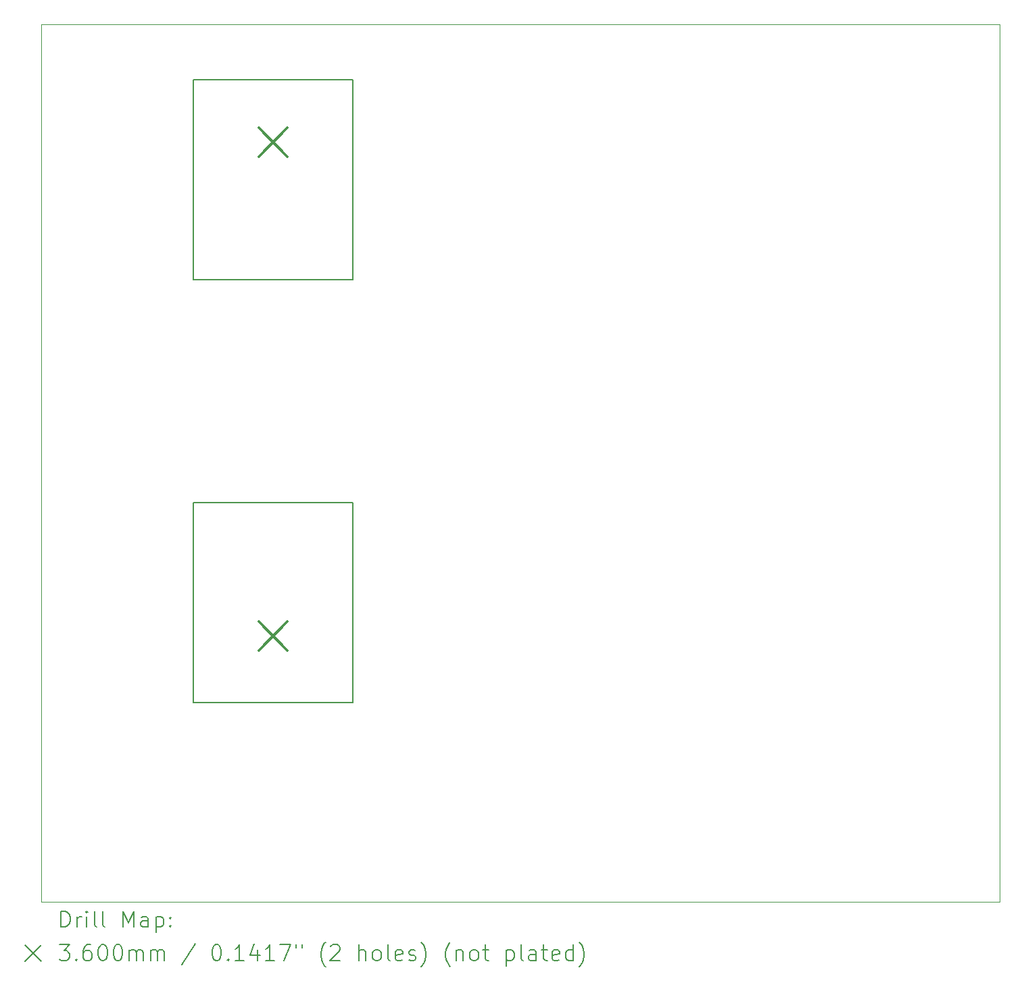
<source format=gbr>
%TF.GenerationSoftware,KiCad,Pcbnew,7.0.1*%
%TF.CreationDate,2023-05-25T18:43:55+02:00*%
%TF.ProjectId,K_Munin400,4b5f4d75-6e69-46e3-9430-302e6b696361,rev?*%
%TF.SameCoordinates,Original*%
%TF.FileFunction,Drillmap*%
%TF.FilePolarity,Positive*%
%FSLAX45Y45*%
G04 Gerber Fmt 4.5, Leading zero omitted, Abs format (unit mm)*
G04 Created by KiCad (PCBNEW 7.0.1) date 2023-05-25 18:43:55*
%MOMM*%
%LPD*%
G01*
G04 APERTURE LIST*
%ADD10C,0.150000*%
%ADD11C,0.100000*%
%ADD12C,0.200000*%
%ADD13C,0.360000*%
G04 APERTURE END LIST*
D10*
X6900000Y-12000000D02*
X8900000Y-12000000D01*
X8900000Y-14500000D01*
X6900000Y-14500000D01*
X6900000Y-12000000D01*
X6900000Y-6700000D02*
X8900000Y-6700000D01*
X8900000Y-9200000D01*
X6900000Y-9200000D01*
X6900000Y-6700000D01*
D11*
X5000000Y-6000000D02*
X17000000Y-6000000D01*
X17000000Y-17000000D01*
X5000000Y-17000000D01*
X5000000Y-6000000D01*
D12*
D13*
X7720000Y-7299250D02*
X8080000Y-7659250D01*
X8080000Y-7299250D02*
X7720000Y-7659250D01*
X7720000Y-13490750D02*
X8080000Y-13850750D01*
X8080000Y-13490750D02*
X7720000Y-13850750D01*
D12*
X5242619Y-17317524D02*
X5242619Y-17117524D01*
X5242619Y-17117524D02*
X5290238Y-17117524D01*
X5290238Y-17117524D02*
X5318810Y-17127048D01*
X5318810Y-17127048D02*
X5337857Y-17146095D01*
X5337857Y-17146095D02*
X5347381Y-17165143D01*
X5347381Y-17165143D02*
X5356905Y-17203238D01*
X5356905Y-17203238D02*
X5356905Y-17231810D01*
X5356905Y-17231810D02*
X5347381Y-17269905D01*
X5347381Y-17269905D02*
X5337857Y-17288952D01*
X5337857Y-17288952D02*
X5318810Y-17308000D01*
X5318810Y-17308000D02*
X5290238Y-17317524D01*
X5290238Y-17317524D02*
X5242619Y-17317524D01*
X5442619Y-17317524D02*
X5442619Y-17184190D01*
X5442619Y-17222286D02*
X5452143Y-17203238D01*
X5452143Y-17203238D02*
X5461667Y-17193714D01*
X5461667Y-17193714D02*
X5480714Y-17184190D01*
X5480714Y-17184190D02*
X5499762Y-17184190D01*
X5566429Y-17317524D02*
X5566429Y-17184190D01*
X5566429Y-17117524D02*
X5556905Y-17127048D01*
X5556905Y-17127048D02*
X5566429Y-17136571D01*
X5566429Y-17136571D02*
X5575952Y-17127048D01*
X5575952Y-17127048D02*
X5566429Y-17117524D01*
X5566429Y-17117524D02*
X5566429Y-17136571D01*
X5690238Y-17317524D02*
X5671190Y-17308000D01*
X5671190Y-17308000D02*
X5661667Y-17288952D01*
X5661667Y-17288952D02*
X5661667Y-17117524D01*
X5795000Y-17317524D02*
X5775952Y-17308000D01*
X5775952Y-17308000D02*
X5766428Y-17288952D01*
X5766428Y-17288952D02*
X5766428Y-17117524D01*
X6023571Y-17317524D02*
X6023571Y-17117524D01*
X6023571Y-17117524D02*
X6090238Y-17260381D01*
X6090238Y-17260381D02*
X6156905Y-17117524D01*
X6156905Y-17117524D02*
X6156905Y-17317524D01*
X6337857Y-17317524D02*
X6337857Y-17212762D01*
X6337857Y-17212762D02*
X6328333Y-17193714D01*
X6328333Y-17193714D02*
X6309286Y-17184190D01*
X6309286Y-17184190D02*
X6271190Y-17184190D01*
X6271190Y-17184190D02*
X6252143Y-17193714D01*
X6337857Y-17308000D02*
X6318809Y-17317524D01*
X6318809Y-17317524D02*
X6271190Y-17317524D01*
X6271190Y-17317524D02*
X6252143Y-17308000D01*
X6252143Y-17308000D02*
X6242619Y-17288952D01*
X6242619Y-17288952D02*
X6242619Y-17269905D01*
X6242619Y-17269905D02*
X6252143Y-17250857D01*
X6252143Y-17250857D02*
X6271190Y-17241333D01*
X6271190Y-17241333D02*
X6318809Y-17241333D01*
X6318809Y-17241333D02*
X6337857Y-17231810D01*
X6433095Y-17184190D02*
X6433095Y-17384190D01*
X6433095Y-17193714D02*
X6452143Y-17184190D01*
X6452143Y-17184190D02*
X6490238Y-17184190D01*
X6490238Y-17184190D02*
X6509286Y-17193714D01*
X6509286Y-17193714D02*
X6518809Y-17203238D01*
X6518809Y-17203238D02*
X6528333Y-17222286D01*
X6528333Y-17222286D02*
X6528333Y-17279429D01*
X6528333Y-17279429D02*
X6518809Y-17298476D01*
X6518809Y-17298476D02*
X6509286Y-17308000D01*
X6509286Y-17308000D02*
X6490238Y-17317524D01*
X6490238Y-17317524D02*
X6452143Y-17317524D01*
X6452143Y-17317524D02*
X6433095Y-17308000D01*
X6614048Y-17298476D02*
X6623571Y-17308000D01*
X6623571Y-17308000D02*
X6614048Y-17317524D01*
X6614048Y-17317524D02*
X6604524Y-17308000D01*
X6604524Y-17308000D02*
X6614048Y-17298476D01*
X6614048Y-17298476D02*
X6614048Y-17317524D01*
X6614048Y-17193714D02*
X6623571Y-17203238D01*
X6623571Y-17203238D02*
X6614048Y-17212762D01*
X6614048Y-17212762D02*
X6604524Y-17203238D01*
X6604524Y-17203238D02*
X6614048Y-17193714D01*
X6614048Y-17193714D02*
X6614048Y-17212762D01*
X4795000Y-17545000D02*
X4995000Y-17745000D01*
X4995000Y-17545000D02*
X4795000Y-17745000D01*
X5223571Y-17537524D02*
X5347381Y-17537524D01*
X5347381Y-17537524D02*
X5280714Y-17613714D01*
X5280714Y-17613714D02*
X5309286Y-17613714D01*
X5309286Y-17613714D02*
X5328333Y-17623238D01*
X5328333Y-17623238D02*
X5337857Y-17632762D01*
X5337857Y-17632762D02*
X5347381Y-17651810D01*
X5347381Y-17651810D02*
X5347381Y-17699429D01*
X5347381Y-17699429D02*
X5337857Y-17718476D01*
X5337857Y-17718476D02*
X5328333Y-17728000D01*
X5328333Y-17728000D02*
X5309286Y-17737524D01*
X5309286Y-17737524D02*
X5252143Y-17737524D01*
X5252143Y-17737524D02*
X5233095Y-17728000D01*
X5233095Y-17728000D02*
X5223571Y-17718476D01*
X5433095Y-17718476D02*
X5442619Y-17728000D01*
X5442619Y-17728000D02*
X5433095Y-17737524D01*
X5433095Y-17737524D02*
X5423571Y-17728000D01*
X5423571Y-17728000D02*
X5433095Y-17718476D01*
X5433095Y-17718476D02*
X5433095Y-17737524D01*
X5614048Y-17537524D02*
X5575952Y-17537524D01*
X5575952Y-17537524D02*
X5556905Y-17547048D01*
X5556905Y-17547048D02*
X5547381Y-17556571D01*
X5547381Y-17556571D02*
X5528333Y-17585143D01*
X5528333Y-17585143D02*
X5518810Y-17623238D01*
X5518810Y-17623238D02*
X5518810Y-17699429D01*
X5518810Y-17699429D02*
X5528333Y-17718476D01*
X5528333Y-17718476D02*
X5537857Y-17728000D01*
X5537857Y-17728000D02*
X5556905Y-17737524D01*
X5556905Y-17737524D02*
X5595000Y-17737524D01*
X5595000Y-17737524D02*
X5614048Y-17728000D01*
X5614048Y-17728000D02*
X5623571Y-17718476D01*
X5623571Y-17718476D02*
X5633095Y-17699429D01*
X5633095Y-17699429D02*
X5633095Y-17651810D01*
X5633095Y-17651810D02*
X5623571Y-17632762D01*
X5623571Y-17632762D02*
X5614048Y-17623238D01*
X5614048Y-17623238D02*
X5595000Y-17613714D01*
X5595000Y-17613714D02*
X5556905Y-17613714D01*
X5556905Y-17613714D02*
X5537857Y-17623238D01*
X5537857Y-17623238D02*
X5528333Y-17632762D01*
X5528333Y-17632762D02*
X5518810Y-17651810D01*
X5756905Y-17537524D02*
X5775952Y-17537524D01*
X5775952Y-17537524D02*
X5795000Y-17547048D01*
X5795000Y-17547048D02*
X5804524Y-17556571D01*
X5804524Y-17556571D02*
X5814048Y-17575619D01*
X5814048Y-17575619D02*
X5823571Y-17613714D01*
X5823571Y-17613714D02*
X5823571Y-17661333D01*
X5823571Y-17661333D02*
X5814048Y-17699429D01*
X5814048Y-17699429D02*
X5804524Y-17718476D01*
X5804524Y-17718476D02*
X5795000Y-17728000D01*
X5795000Y-17728000D02*
X5775952Y-17737524D01*
X5775952Y-17737524D02*
X5756905Y-17737524D01*
X5756905Y-17737524D02*
X5737857Y-17728000D01*
X5737857Y-17728000D02*
X5728333Y-17718476D01*
X5728333Y-17718476D02*
X5718809Y-17699429D01*
X5718809Y-17699429D02*
X5709286Y-17661333D01*
X5709286Y-17661333D02*
X5709286Y-17613714D01*
X5709286Y-17613714D02*
X5718809Y-17575619D01*
X5718809Y-17575619D02*
X5728333Y-17556571D01*
X5728333Y-17556571D02*
X5737857Y-17547048D01*
X5737857Y-17547048D02*
X5756905Y-17537524D01*
X5947381Y-17537524D02*
X5966429Y-17537524D01*
X5966429Y-17537524D02*
X5985476Y-17547048D01*
X5985476Y-17547048D02*
X5995000Y-17556571D01*
X5995000Y-17556571D02*
X6004524Y-17575619D01*
X6004524Y-17575619D02*
X6014048Y-17613714D01*
X6014048Y-17613714D02*
X6014048Y-17661333D01*
X6014048Y-17661333D02*
X6004524Y-17699429D01*
X6004524Y-17699429D02*
X5995000Y-17718476D01*
X5995000Y-17718476D02*
X5985476Y-17728000D01*
X5985476Y-17728000D02*
X5966429Y-17737524D01*
X5966429Y-17737524D02*
X5947381Y-17737524D01*
X5947381Y-17737524D02*
X5928333Y-17728000D01*
X5928333Y-17728000D02*
X5918809Y-17718476D01*
X5918809Y-17718476D02*
X5909286Y-17699429D01*
X5909286Y-17699429D02*
X5899762Y-17661333D01*
X5899762Y-17661333D02*
X5899762Y-17613714D01*
X5899762Y-17613714D02*
X5909286Y-17575619D01*
X5909286Y-17575619D02*
X5918809Y-17556571D01*
X5918809Y-17556571D02*
X5928333Y-17547048D01*
X5928333Y-17547048D02*
X5947381Y-17537524D01*
X6099762Y-17737524D02*
X6099762Y-17604190D01*
X6099762Y-17623238D02*
X6109286Y-17613714D01*
X6109286Y-17613714D02*
X6128333Y-17604190D01*
X6128333Y-17604190D02*
X6156905Y-17604190D01*
X6156905Y-17604190D02*
X6175952Y-17613714D01*
X6175952Y-17613714D02*
X6185476Y-17632762D01*
X6185476Y-17632762D02*
X6185476Y-17737524D01*
X6185476Y-17632762D02*
X6195000Y-17613714D01*
X6195000Y-17613714D02*
X6214048Y-17604190D01*
X6214048Y-17604190D02*
X6242619Y-17604190D01*
X6242619Y-17604190D02*
X6261667Y-17613714D01*
X6261667Y-17613714D02*
X6271190Y-17632762D01*
X6271190Y-17632762D02*
X6271190Y-17737524D01*
X6366429Y-17737524D02*
X6366429Y-17604190D01*
X6366429Y-17623238D02*
X6375952Y-17613714D01*
X6375952Y-17613714D02*
X6395000Y-17604190D01*
X6395000Y-17604190D02*
X6423571Y-17604190D01*
X6423571Y-17604190D02*
X6442619Y-17613714D01*
X6442619Y-17613714D02*
X6452143Y-17632762D01*
X6452143Y-17632762D02*
X6452143Y-17737524D01*
X6452143Y-17632762D02*
X6461667Y-17613714D01*
X6461667Y-17613714D02*
X6480714Y-17604190D01*
X6480714Y-17604190D02*
X6509286Y-17604190D01*
X6509286Y-17604190D02*
X6528333Y-17613714D01*
X6528333Y-17613714D02*
X6537857Y-17632762D01*
X6537857Y-17632762D02*
X6537857Y-17737524D01*
X6928333Y-17528000D02*
X6756905Y-17785143D01*
X7185476Y-17537524D02*
X7204524Y-17537524D01*
X7204524Y-17537524D02*
X7223572Y-17547048D01*
X7223572Y-17547048D02*
X7233095Y-17556571D01*
X7233095Y-17556571D02*
X7242619Y-17575619D01*
X7242619Y-17575619D02*
X7252143Y-17613714D01*
X7252143Y-17613714D02*
X7252143Y-17661333D01*
X7252143Y-17661333D02*
X7242619Y-17699429D01*
X7242619Y-17699429D02*
X7233095Y-17718476D01*
X7233095Y-17718476D02*
X7223572Y-17728000D01*
X7223572Y-17728000D02*
X7204524Y-17737524D01*
X7204524Y-17737524D02*
X7185476Y-17737524D01*
X7185476Y-17737524D02*
X7166429Y-17728000D01*
X7166429Y-17728000D02*
X7156905Y-17718476D01*
X7156905Y-17718476D02*
X7147381Y-17699429D01*
X7147381Y-17699429D02*
X7137857Y-17661333D01*
X7137857Y-17661333D02*
X7137857Y-17613714D01*
X7137857Y-17613714D02*
X7147381Y-17575619D01*
X7147381Y-17575619D02*
X7156905Y-17556571D01*
X7156905Y-17556571D02*
X7166429Y-17547048D01*
X7166429Y-17547048D02*
X7185476Y-17537524D01*
X7337857Y-17718476D02*
X7347381Y-17728000D01*
X7347381Y-17728000D02*
X7337857Y-17737524D01*
X7337857Y-17737524D02*
X7328333Y-17728000D01*
X7328333Y-17728000D02*
X7337857Y-17718476D01*
X7337857Y-17718476D02*
X7337857Y-17737524D01*
X7537857Y-17737524D02*
X7423572Y-17737524D01*
X7480714Y-17737524D02*
X7480714Y-17537524D01*
X7480714Y-17537524D02*
X7461667Y-17566095D01*
X7461667Y-17566095D02*
X7442619Y-17585143D01*
X7442619Y-17585143D02*
X7423572Y-17594667D01*
X7709286Y-17604190D02*
X7709286Y-17737524D01*
X7661667Y-17528000D02*
X7614048Y-17670857D01*
X7614048Y-17670857D02*
X7737857Y-17670857D01*
X7918810Y-17737524D02*
X7804524Y-17737524D01*
X7861667Y-17737524D02*
X7861667Y-17537524D01*
X7861667Y-17537524D02*
X7842619Y-17566095D01*
X7842619Y-17566095D02*
X7823572Y-17585143D01*
X7823572Y-17585143D02*
X7804524Y-17594667D01*
X7985476Y-17537524D02*
X8118810Y-17537524D01*
X8118810Y-17537524D02*
X8033095Y-17737524D01*
X8185476Y-17537524D02*
X8185476Y-17575619D01*
X8261667Y-17537524D02*
X8261667Y-17575619D01*
X8556905Y-17813714D02*
X8547381Y-17804190D01*
X8547381Y-17804190D02*
X8528334Y-17775619D01*
X8528334Y-17775619D02*
X8518810Y-17756571D01*
X8518810Y-17756571D02*
X8509286Y-17728000D01*
X8509286Y-17728000D02*
X8499762Y-17680381D01*
X8499762Y-17680381D02*
X8499762Y-17642286D01*
X8499762Y-17642286D02*
X8509286Y-17594667D01*
X8509286Y-17594667D02*
X8518810Y-17566095D01*
X8518810Y-17566095D02*
X8528334Y-17547048D01*
X8528334Y-17547048D02*
X8547381Y-17518476D01*
X8547381Y-17518476D02*
X8556905Y-17508952D01*
X8623572Y-17556571D02*
X8633096Y-17547048D01*
X8633096Y-17547048D02*
X8652143Y-17537524D01*
X8652143Y-17537524D02*
X8699762Y-17537524D01*
X8699762Y-17537524D02*
X8718810Y-17547048D01*
X8718810Y-17547048D02*
X8728334Y-17556571D01*
X8728334Y-17556571D02*
X8737857Y-17575619D01*
X8737857Y-17575619D02*
X8737857Y-17594667D01*
X8737857Y-17594667D02*
X8728334Y-17623238D01*
X8728334Y-17623238D02*
X8614048Y-17737524D01*
X8614048Y-17737524D02*
X8737857Y-17737524D01*
X8975953Y-17737524D02*
X8975953Y-17537524D01*
X9061667Y-17737524D02*
X9061667Y-17632762D01*
X9061667Y-17632762D02*
X9052143Y-17613714D01*
X9052143Y-17613714D02*
X9033096Y-17604190D01*
X9033096Y-17604190D02*
X9004524Y-17604190D01*
X9004524Y-17604190D02*
X8985477Y-17613714D01*
X8985477Y-17613714D02*
X8975953Y-17623238D01*
X9185477Y-17737524D02*
X9166429Y-17728000D01*
X9166429Y-17728000D02*
X9156905Y-17718476D01*
X9156905Y-17718476D02*
X9147381Y-17699429D01*
X9147381Y-17699429D02*
X9147381Y-17642286D01*
X9147381Y-17642286D02*
X9156905Y-17623238D01*
X9156905Y-17623238D02*
X9166429Y-17613714D01*
X9166429Y-17613714D02*
X9185477Y-17604190D01*
X9185477Y-17604190D02*
X9214048Y-17604190D01*
X9214048Y-17604190D02*
X9233096Y-17613714D01*
X9233096Y-17613714D02*
X9242619Y-17623238D01*
X9242619Y-17623238D02*
X9252143Y-17642286D01*
X9252143Y-17642286D02*
X9252143Y-17699429D01*
X9252143Y-17699429D02*
X9242619Y-17718476D01*
X9242619Y-17718476D02*
X9233096Y-17728000D01*
X9233096Y-17728000D02*
X9214048Y-17737524D01*
X9214048Y-17737524D02*
X9185477Y-17737524D01*
X9366429Y-17737524D02*
X9347381Y-17728000D01*
X9347381Y-17728000D02*
X9337858Y-17708952D01*
X9337858Y-17708952D02*
X9337858Y-17537524D01*
X9518810Y-17728000D02*
X9499762Y-17737524D01*
X9499762Y-17737524D02*
X9461667Y-17737524D01*
X9461667Y-17737524D02*
X9442619Y-17728000D01*
X9442619Y-17728000D02*
X9433096Y-17708952D01*
X9433096Y-17708952D02*
X9433096Y-17632762D01*
X9433096Y-17632762D02*
X9442619Y-17613714D01*
X9442619Y-17613714D02*
X9461667Y-17604190D01*
X9461667Y-17604190D02*
X9499762Y-17604190D01*
X9499762Y-17604190D02*
X9518810Y-17613714D01*
X9518810Y-17613714D02*
X9528334Y-17632762D01*
X9528334Y-17632762D02*
X9528334Y-17651810D01*
X9528334Y-17651810D02*
X9433096Y-17670857D01*
X9604524Y-17728000D02*
X9623572Y-17737524D01*
X9623572Y-17737524D02*
X9661667Y-17737524D01*
X9661667Y-17737524D02*
X9680715Y-17728000D01*
X9680715Y-17728000D02*
X9690239Y-17708952D01*
X9690239Y-17708952D02*
X9690239Y-17699429D01*
X9690239Y-17699429D02*
X9680715Y-17680381D01*
X9680715Y-17680381D02*
X9661667Y-17670857D01*
X9661667Y-17670857D02*
X9633096Y-17670857D01*
X9633096Y-17670857D02*
X9614048Y-17661333D01*
X9614048Y-17661333D02*
X9604524Y-17642286D01*
X9604524Y-17642286D02*
X9604524Y-17632762D01*
X9604524Y-17632762D02*
X9614048Y-17613714D01*
X9614048Y-17613714D02*
X9633096Y-17604190D01*
X9633096Y-17604190D02*
X9661667Y-17604190D01*
X9661667Y-17604190D02*
X9680715Y-17613714D01*
X9756905Y-17813714D02*
X9766429Y-17804190D01*
X9766429Y-17804190D02*
X9785477Y-17775619D01*
X9785477Y-17775619D02*
X9795000Y-17756571D01*
X9795000Y-17756571D02*
X9804524Y-17728000D01*
X9804524Y-17728000D02*
X9814048Y-17680381D01*
X9814048Y-17680381D02*
X9814048Y-17642286D01*
X9814048Y-17642286D02*
X9804524Y-17594667D01*
X9804524Y-17594667D02*
X9795000Y-17566095D01*
X9795000Y-17566095D02*
X9785477Y-17547048D01*
X9785477Y-17547048D02*
X9766429Y-17518476D01*
X9766429Y-17518476D02*
X9756905Y-17508952D01*
X10118810Y-17813714D02*
X10109286Y-17804190D01*
X10109286Y-17804190D02*
X10090239Y-17775619D01*
X10090239Y-17775619D02*
X10080715Y-17756571D01*
X10080715Y-17756571D02*
X10071191Y-17728000D01*
X10071191Y-17728000D02*
X10061667Y-17680381D01*
X10061667Y-17680381D02*
X10061667Y-17642286D01*
X10061667Y-17642286D02*
X10071191Y-17594667D01*
X10071191Y-17594667D02*
X10080715Y-17566095D01*
X10080715Y-17566095D02*
X10090239Y-17547048D01*
X10090239Y-17547048D02*
X10109286Y-17518476D01*
X10109286Y-17518476D02*
X10118810Y-17508952D01*
X10195000Y-17604190D02*
X10195000Y-17737524D01*
X10195000Y-17623238D02*
X10204524Y-17613714D01*
X10204524Y-17613714D02*
X10223572Y-17604190D01*
X10223572Y-17604190D02*
X10252143Y-17604190D01*
X10252143Y-17604190D02*
X10271191Y-17613714D01*
X10271191Y-17613714D02*
X10280715Y-17632762D01*
X10280715Y-17632762D02*
X10280715Y-17737524D01*
X10404524Y-17737524D02*
X10385477Y-17728000D01*
X10385477Y-17728000D02*
X10375953Y-17718476D01*
X10375953Y-17718476D02*
X10366429Y-17699429D01*
X10366429Y-17699429D02*
X10366429Y-17642286D01*
X10366429Y-17642286D02*
X10375953Y-17623238D01*
X10375953Y-17623238D02*
X10385477Y-17613714D01*
X10385477Y-17613714D02*
X10404524Y-17604190D01*
X10404524Y-17604190D02*
X10433096Y-17604190D01*
X10433096Y-17604190D02*
X10452143Y-17613714D01*
X10452143Y-17613714D02*
X10461667Y-17623238D01*
X10461667Y-17623238D02*
X10471191Y-17642286D01*
X10471191Y-17642286D02*
X10471191Y-17699429D01*
X10471191Y-17699429D02*
X10461667Y-17718476D01*
X10461667Y-17718476D02*
X10452143Y-17728000D01*
X10452143Y-17728000D02*
X10433096Y-17737524D01*
X10433096Y-17737524D02*
X10404524Y-17737524D01*
X10528334Y-17604190D02*
X10604524Y-17604190D01*
X10556905Y-17537524D02*
X10556905Y-17708952D01*
X10556905Y-17708952D02*
X10566429Y-17728000D01*
X10566429Y-17728000D02*
X10585477Y-17737524D01*
X10585477Y-17737524D02*
X10604524Y-17737524D01*
X10823572Y-17604190D02*
X10823572Y-17804190D01*
X10823572Y-17613714D02*
X10842620Y-17604190D01*
X10842620Y-17604190D02*
X10880715Y-17604190D01*
X10880715Y-17604190D02*
X10899762Y-17613714D01*
X10899762Y-17613714D02*
X10909286Y-17623238D01*
X10909286Y-17623238D02*
X10918810Y-17642286D01*
X10918810Y-17642286D02*
X10918810Y-17699429D01*
X10918810Y-17699429D02*
X10909286Y-17718476D01*
X10909286Y-17718476D02*
X10899762Y-17728000D01*
X10899762Y-17728000D02*
X10880715Y-17737524D01*
X10880715Y-17737524D02*
X10842620Y-17737524D01*
X10842620Y-17737524D02*
X10823572Y-17728000D01*
X11033096Y-17737524D02*
X11014048Y-17728000D01*
X11014048Y-17728000D02*
X11004524Y-17708952D01*
X11004524Y-17708952D02*
X11004524Y-17537524D01*
X11195000Y-17737524D02*
X11195000Y-17632762D01*
X11195000Y-17632762D02*
X11185477Y-17613714D01*
X11185477Y-17613714D02*
X11166429Y-17604190D01*
X11166429Y-17604190D02*
X11128334Y-17604190D01*
X11128334Y-17604190D02*
X11109286Y-17613714D01*
X11195000Y-17728000D02*
X11175953Y-17737524D01*
X11175953Y-17737524D02*
X11128334Y-17737524D01*
X11128334Y-17737524D02*
X11109286Y-17728000D01*
X11109286Y-17728000D02*
X11099762Y-17708952D01*
X11099762Y-17708952D02*
X11099762Y-17689905D01*
X11099762Y-17689905D02*
X11109286Y-17670857D01*
X11109286Y-17670857D02*
X11128334Y-17661333D01*
X11128334Y-17661333D02*
X11175953Y-17661333D01*
X11175953Y-17661333D02*
X11195000Y-17651810D01*
X11261667Y-17604190D02*
X11337858Y-17604190D01*
X11290239Y-17537524D02*
X11290239Y-17708952D01*
X11290239Y-17708952D02*
X11299762Y-17728000D01*
X11299762Y-17728000D02*
X11318810Y-17737524D01*
X11318810Y-17737524D02*
X11337858Y-17737524D01*
X11480715Y-17728000D02*
X11461667Y-17737524D01*
X11461667Y-17737524D02*
X11423572Y-17737524D01*
X11423572Y-17737524D02*
X11404524Y-17728000D01*
X11404524Y-17728000D02*
X11395000Y-17708952D01*
X11395000Y-17708952D02*
X11395000Y-17632762D01*
X11395000Y-17632762D02*
X11404524Y-17613714D01*
X11404524Y-17613714D02*
X11423572Y-17604190D01*
X11423572Y-17604190D02*
X11461667Y-17604190D01*
X11461667Y-17604190D02*
X11480715Y-17613714D01*
X11480715Y-17613714D02*
X11490239Y-17632762D01*
X11490239Y-17632762D02*
X11490239Y-17651810D01*
X11490239Y-17651810D02*
X11395000Y-17670857D01*
X11661667Y-17737524D02*
X11661667Y-17537524D01*
X11661667Y-17728000D02*
X11642620Y-17737524D01*
X11642620Y-17737524D02*
X11604524Y-17737524D01*
X11604524Y-17737524D02*
X11585477Y-17728000D01*
X11585477Y-17728000D02*
X11575953Y-17718476D01*
X11575953Y-17718476D02*
X11566429Y-17699429D01*
X11566429Y-17699429D02*
X11566429Y-17642286D01*
X11566429Y-17642286D02*
X11575953Y-17623238D01*
X11575953Y-17623238D02*
X11585477Y-17613714D01*
X11585477Y-17613714D02*
X11604524Y-17604190D01*
X11604524Y-17604190D02*
X11642620Y-17604190D01*
X11642620Y-17604190D02*
X11661667Y-17613714D01*
X11737858Y-17813714D02*
X11747381Y-17804190D01*
X11747381Y-17804190D02*
X11766429Y-17775619D01*
X11766429Y-17775619D02*
X11775953Y-17756571D01*
X11775953Y-17756571D02*
X11785477Y-17728000D01*
X11785477Y-17728000D02*
X11795000Y-17680381D01*
X11795000Y-17680381D02*
X11795000Y-17642286D01*
X11795000Y-17642286D02*
X11785477Y-17594667D01*
X11785477Y-17594667D02*
X11775953Y-17566095D01*
X11775953Y-17566095D02*
X11766429Y-17547048D01*
X11766429Y-17547048D02*
X11747381Y-17518476D01*
X11747381Y-17518476D02*
X11737858Y-17508952D01*
M02*

</source>
